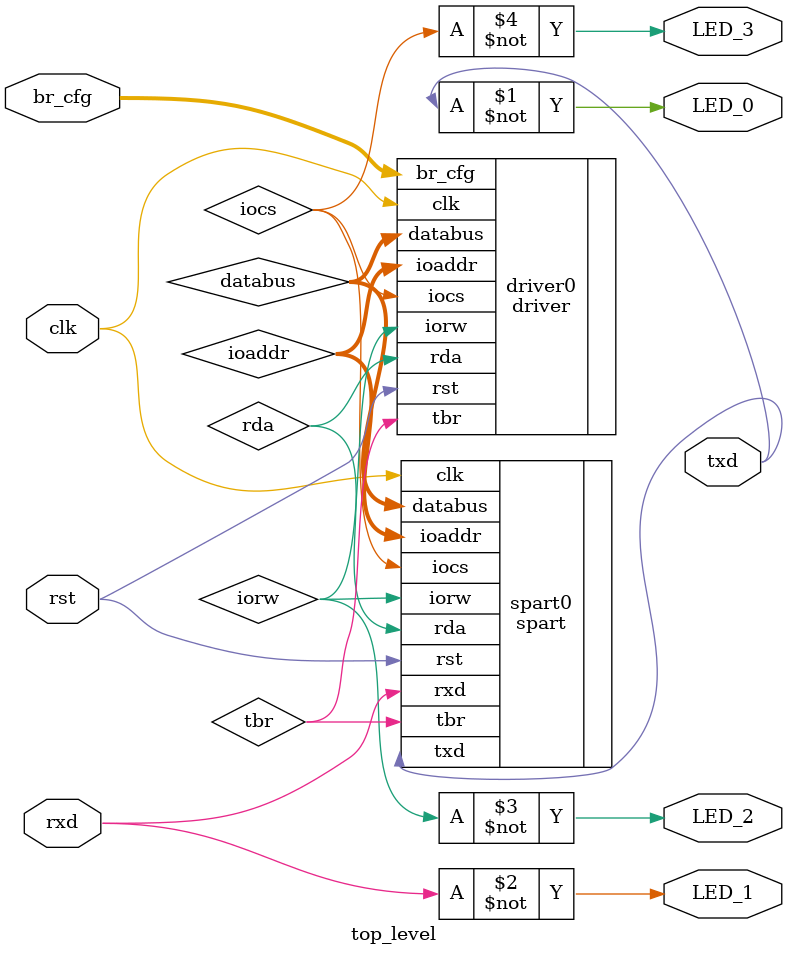
<source format=v>
`timescale 1ns / 1ps
module top_level(
    input clk,         // 100mhz clock
    input rst,         // Asynchronous reset, tied to dip switch 0
    output txd,        // RS232 Transmit Data
	 output LED_0,		
	 output LED_1,		  // intantiating LEDS
	 output LED_2,			
	 output LED_3,
    input rxd,         // RS232 Recieve Data
    input [1:0] br_cfg // Baud Rate Configuration, Tied to dip switches 2 and 3
    );
	
	//signals to be routed to modules
	wire iocs;
	wire iorw;
	wire rda;
	wire tbr;
	wire [1:0] ioaddr;
	wire [7:0] databus;
	
	//output signals to the LEDs
	assign LED_0 = ~txd;
	assign LED_1 = ~rxd;
	assign LED_2 = ~iorw;
	assign LED_3 = ~iocs;
	
	// Instantiate your SPART here
	spart spart0( .clk(clk),
                 .rst(rst),
					  .iocs(iocs),
					  .iorw(iorw),
					  .rda(rda),
					  .tbr(tbr),
					  .ioaddr(ioaddr),
					  .databus(databus),
					  .txd(txd),
					  .rxd(rxd)
					);

	// Instantiate your driver here
	driver driver0( .clk(clk),
	                .rst(rst),
						 .br_cfg(br_cfg),
						 .iocs(iocs),
						 .iorw(iorw),
						 .rda(rda),
						 .tbr(tbr),
						 .ioaddr(ioaddr),
						 .databus(databus)
					 );
					 
endmodule

</source>
